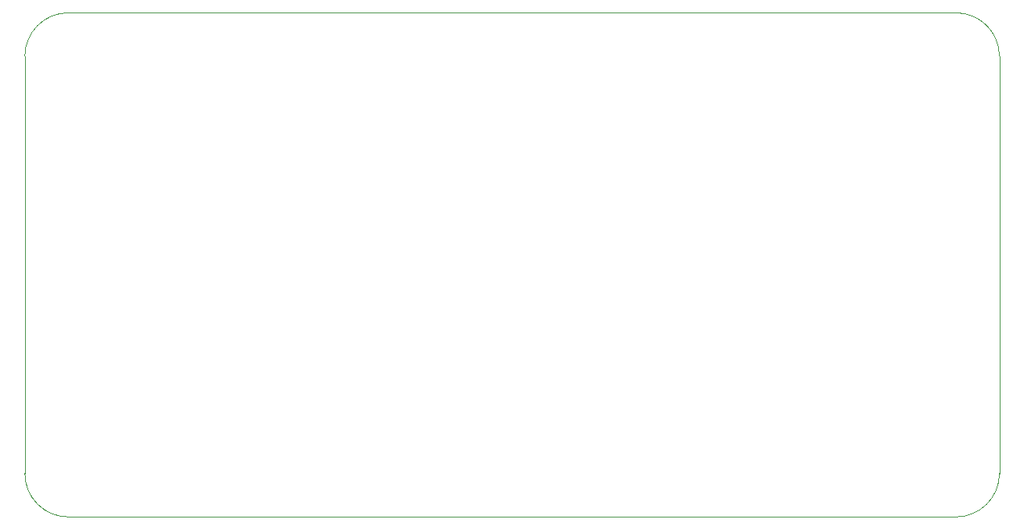
<source format=gm1>
%TF.GenerationSoftware,KiCad,Pcbnew,(6.0.11)*%
%TF.CreationDate,2023-07-06T01:04:48-04:00*%
%TF.ProjectId,RP_CHG_r01,52505f43-4847-45f7-9230-312e6b696361,rev?*%
%TF.SameCoordinates,Original*%
%TF.FileFunction,Profile,NP*%
%FSLAX46Y46*%
G04 Gerber Fmt 4.6, Leading zero omitted, Abs format (unit mm)*
G04 Created by KiCad (PCBNEW (6.0.11)) date 2023-07-06 01:04:48*
%MOMM*%
%LPD*%
G01*
G04 APERTURE LIST*
%TA.AperFunction,Profile*%
%ADD10C,0.100000*%
%TD*%
G04 APERTURE END LIST*
D10*
X132770000Y-87575000D02*
X132770000Y-42375000D01*
X27370000Y-87575000D02*
X27370000Y-42375000D01*
X128070000Y-92275000D02*
G75*
G03*
X132770000Y-87575000I0J4700000D01*
G01*
X32070000Y-92275000D02*
X128070000Y-92275000D01*
X27370000Y-87575000D02*
G75*
G03*
X32070000Y-92275000I4700000J0D01*
G01*
X32070000Y-37675000D02*
G75*
G03*
X27370000Y-42375000I0J-4700000D01*
G01*
X32070000Y-37675000D02*
X128070000Y-37675000D01*
X132770000Y-42375000D02*
G75*
G03*
X128070000Y-37675000I-4700000J0D01*
G01*
M02*

</source>
